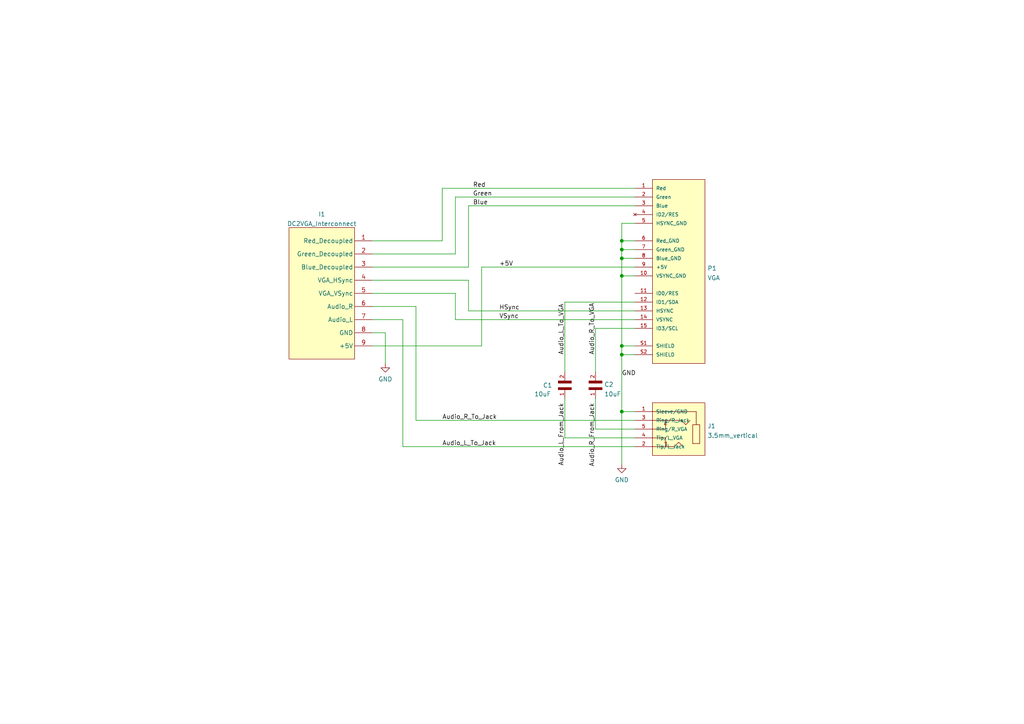
<source format=kicad_sch>
(kicad_sch (version 20211123) (generator eeschema)
  (paper "A4")
  (lib_symbols
    (symbol "DC2VGA:3.5mm_vertical" (pin_names (offset 1.016))
      (property "Reference" "J" (at -7.62 8.128 0))
      (property "Value" "3.5mm_vertical" (at -7.62 -10.414 0))
      (symbol "3.5mm_vertical_0_0"
        (polyline (pts (xy -6.096 -4.191) (xy -6.096 1.27)) (stroke (width 0.1524)))
        (polyline (pts (xy -6.096 1.27) (xy -5.08 1.27)) (stroke (width 0.1524)))
        (polyline (pts (xy -5.08 1.27) (xy -4.064 1.27)) (stroke (width 0.1524)))
        (polyline (pts (xy -5.08 5.08) (xy -5.08 1.27)) (stroke (width 0.1524)))
        (polyline (pts (xy -4.064 -4.191) (xy -6.096 -4.191)) (stroke (width 0.1524)))
        (polyline (pts (xy -4.064 1.27) (xy -4.064 -4.191)) (stroke (width 0.1524)))
        (polyline (pts (xy -2.032 1.27) (xy -3.302 2.54)) (stroke (width 0.1524)))
        (polyline (pts (xy -0.762 2.54) (xy -2.032 1.27)) (stroke (width 0.1524)))
        (polyline (pts (xy 0 -3.81) (xy -1.27 -5.08)) (stroke (width 0.1524)))
        (polyline (pts (xy 1.27 -5.08) (xy 0 -3.81)) (stroke (width 0.1524)))
        (polyline (pts (xy 3.81 -5.08) (xy 1.27 -5.08)) (stroke (width 0.1524)))
        (polyline (pts (xy 3.81 -5.08) (xy 3.81 -2.54)) (stroke (width 0.1524)))
        (polyline (pts (xy 3.81 0) (xy 3.81 2.54)) (stroke (width 0.1524)))
        (polyline (pts (xy 3.81 2.54) (xy -0.762 2.54)) (stroke (width 0.1524)))
        (polyline (pts (xy 7.62 -5.08) (xy 3.81 -5.08)) (stroke (width 0.1524)))
        (polyline (pts (xy 7.62 -2.54) (xy 3.81 -2.54)) (stroke (width 0.1524)))
        (polyline (pts (xy 7.62 0) (xy 3.81 0)) (stroke (width 0.1524)))
        (polyline (pts (xy 7.62 2.54) (xy 3.81 2.54)) (stroke (width 0.1524)))
        (polyline (pts (xy 7.62 5.08) (xy -5.08 5.08)) (stroke (width 0.1524)))
        (polyline (pts (xy 3.81 -5.08) (xy 3.5052 -3.81) (xy 4.1402 -3.81)) (stroke (width 0.1524)) (fill (type background)))
        (polyline (pts (xy 3.81 2.54) (xy 4.1402 1.27) (xy 3.5052 1.27)) (stroke (width 0.1524)) (fill (type background)))
        (pin passive line (at 12.7 5.08 180) (length 5.08) (name "Sleeve/GND") (number "1"))
        (pin passive line (at 12.7 -5.08 180) (length 5.08) (name "Tip/L_Jack") (number "2"))
        (pin passive line (at 12.7 2.54 180) (length 5.08) (name "Ring/R_Jack") (number "3"))
        (pin passive line (at 12.7 -2.54 180) (length 5.08) (name "Tip/L_VGA") (number "4"))
        (pin passive line (at 12.7 0 180) (length 5.08) (name "Ring/R_VGA") (number "5"))
      )
      (symbol "3.5mm_vertical_0_1"
        (rectangle (start -7.62 7.62) (end 7.62 -7.62) (stroke (width 0.1524)) (fill (type background)))
      )
    )
    (symbol "DC2VGA:DC2VGA_Interconnect"
      (property "Reference" "I" (at 12.7 1.27 0))
      (property "Value" "DC2VGA_Interconnect" (at 1.27 21.59 0))
      (symbol "DC2VGA_Interconnect_0_1"
        (rectangle (start -8.89 19.05) (end 10.16 -19.05) (stroke (width 0.1524)) (fill (type background)))
      )
      (symbol "DC2VGA_Interconnect_1_1"
        (pin bidirectional line (at -13.97 15.24 0) (length 5) (name "Red_Decoupled") (number "1"))
        (pin bidirectional line (at -13.97 11.43 0) (length 5) (name "Green_Decoupled") (number "2"))
        (pin bidirectional line (at -13.97 7.62 0) (length 5) (name "Blue_Decoupled") (number "3"))
        (pin bidirectional line (at -13.97 3.81 0) (length 5) (name "VGA_HSync") (number "4"))
        (pin bidirectional line (at -13.97 0 0) (length 5) (name "VGA_VSync") (number "5"))
        (pin bidirectional line (at -13.97 -3.81 0) (length 5) (name "Audio_R") (number "6"))
        (pin bidirectional line (at -13.97 -7.62 0) (length 5) (name "Audio_L") (number "7"))
        (pin bidirectional line (at -13.97 -11.43 0) (length 5) (name "GND") (number "8"))
        (pin bidirectional line (at -13.97 -15.24 0) (length 5) (name "+5V") (number "9"))
      )
    )
    (symbol "DC2VGA:VGA" (pin_names (offset 1.016))
      (property "Reference" "P" (at -7.62 26.67 0))
      (property "Value" "VGA" (at -8.89 -31.75 0))
      (symbol "VGA_0_0"
        (rectangle (start -7.62 -27.94) (end 7.62 25.4) (stroke (width 0.1524)) (fill (type background)))
        (pin passive line (at -12.7 22.86 0) (length 5.08) (name "Red") (number "1"))
        (pin passive line (at -12.7 -2.54 0) (length 5.08) (name "VSYNC_GND") (number "10"))
        (pin passive line (at -12.7 -7.62 0) (length 5.08) (name "ID0/RES") (number "11"))
        (pin passive line (at -12.7 -10.16 0) (length 5.08) (name "ID1/SDA") (number "12"))
        (pin passive line (at -12.7 -12.7 0) (length 5.08) (name "HSYNC") (number "13"))
        (pin passive line (at -12.7 -15.24 0) (length 5.08) (name "VSYNC") (number "14"))
        (pin passive line (at -12.7 -17.78 0) (length 5.08) (name "ID3/SCL") (number "15"))
        (pin passive line (at -12.7 20.32 0) (length 5.08) (name "Green") (number "2"))
        (pin passive line (at -12.7 17.78 0) (length 5.08) (name "Blue") (number "3"))
        (pin no_connect line (at -12.7 15.24 0) (length 5.08) (name "ID2/RES") (number "4"))
        (pin passive line (at -12.7 12.7 0) (length 5.08) (name "HSYNC_GND") (number "5"))
        (pin passive line (at -12.7 7.62 0) (length 5.08) (name "Red_GND") (number "6"))
        (pin passive line (at -12.7 5.08 0) (length 5.08) (name "Green_GND") (number "7"))
        (pin passive line (at -12.7 2.54 0) (length 5.08) (name "Blue_GND") (number "8"))
        (pin passive line (at -12.7 0 0) (length 5.08) (name "+5V") (number "9"))
        (pin passive line (at -12.7 -22.86 0) (length 5.08) (name "SHIELD") (number "S1"))
        (pin passive line (at -12.7 -25.4 0) (length 5.08) (name "SHIELD") (number "S2"))
      )
    )
    (symbol "SMD_Cap:Cap_0603" (pin_names (offset 1.016) hide)
      (property "Reference" "C" (at 0 3.81 0))
      (property "Value" "Cap_0603" (at 0 -5.08 0))
      (symbol "Cap_0603_0_0"
        (rectangle (start 0 -1.905) (end 0.635 1.905) (fill (type outline)))
        (rectangle (start 1.905 -1.905) (end 2.54 1.905) (fill (type outline)))
        (pin passive line (at -2.54 0 0) (length 2.54) (name "~") (number "1"))
        (pin passive line (at 5.08 0 180) (length 2.54) (name "~") (number "2"))
      )
    )
    (symbol "power:GND" (power) (pin_names (offset 0))
      (property "Value" "GND" (at 0 -3.81 0))
      (symbol "GND_0_1"
        (polyline (pts (xy 0 0) (xy 0 -1.27) (xy 1.27 -1.27) (xy 0 -2.54) (xy -1.27 -1.27) (xy 0 -1.27)))
      )
      (symbol "GND_1_1"
        (pin power_in line (at 0 0 270) (length 0) hide (name "GND") (number "1"))
      )
    )
  )
  (junction (at 180.34 102.87))
  (junction (at 180.34 72.39))
  (junction (at 180.34 100.33))
  (junction (at 180.34 69.85))
  (junction (at 180.34 74.93))
  (junction (at 180.34 119.38))
  (junction (at 180.34 80.01))
  (wire (pts (xy 184.15 127) (xy 163.83 127)))
  (wire (pts (xy 107.95 96.52) (xy 111.76 96.52)))
  (wire (pts (xy 107.95 77.47) (xy 135.89 77.47)))
  (wire (pts (xy 139.7 77.47) (xy 184.15 77.47)))
  (wire (pts (xy 132.08 57.15) (xy 184.15 57.15)))
  (wire (pts (xy 180.34 100.33) (xy 184.15 100.33)))
  (wire (pts (xy 180.34 64.77) (xy 180.34 69.85)))
  (wire (pts (xy 107.95 100.33) (xy 139.7 100.33)))
  (wire (pts (xy 120.65 121.92) (xy 184.15 121.92)))
  (wire (pts (xy 107.95 69.85) (xy 128.27 69.85)))
  (wire (pts (xy 132.08 73.66) (xy 132.08 57.15)))
  (wire (pts (xy 180.34 80.01) (xy 184.15 80.01)))
  (wire (pts (xy 172.72 107.95) (xy 172.72 95.25)))
  (wire (pts (xy 180.34 72.39) (xy 180.34 74.93)))
  (wire (pts (xy 172.72 95.25) (xy 184.15 95.25)))
  (wire (pts (xy 184.15 124.46) (xy 172.72 124.46)))
  (wire (pts (xy 180.34 69.85) (xy 184.15 69.85)))
  (wire (pts (xy 163.83 127) (xy 163.83 115.57)))
  (wire (pts (xy 139.7 100.33) (xy 139.7 77.47)))
  (wire (pts (xy 180.34 74.93) (xy 180.34 80.01)))
  (wire (pts (xy 172.72 124.46) (xy 172.72 115.57)))
  (wire (pts (xy 180.34 80.01) (xy 180.34 100.33)))
  (wire (pts (xy 180.34 119.38) (xy 180.34 134.62)))
  (wire (pts (xy 128.27 54.61) (xy 184.15 54.61)))
  (wire (pts (xy 180.34 74.93) (xy 184.15 74.93)))
  (wire (pts (xy 163.83 87.63) (xy 184.15 87.63)))
  (wire (pts (xy 180.34 100.33) (xy 180.34 102.87)))
  (wire (pts (xy 163.83 107.95) (xy 163.83 87.63)))
  (wire (pts (xy 135.89 90.17) (xy 184.15 90.17)))
  (wire (pts (xy 135.89 81.28) (xy 135.89 90.17)))
  (wire (pts (xy 107.95 88.9) (xy 120.65 88.9)))
  (wire (pts (xy 180.34 69.85) (xy 180.34 72.39)))
  (wire (pts (xy 132.08 85.09) (xy 132.08 92.71)))
  (wire (pts (xy 128.27 69.85) (xy 128.27 54.61)))
  (wire (pts (xy 111.76 96.52) (xy 111.76 105.41)))
  (wire (pts (xy 180.34 72.39) (xy 184.15 72.39)))
  (wire (pts (xy 107.95 85.09) (xy 132.08 85.09)))
  (wire (pts (xy 116.84 92.71) (xy 116.84 129.54)))
  (wire (pts (xy 135.89 77.47) (xy 135.89 59.69)))
  (wire (pts (xy 184.15 64.77) (xy 180.34 64.77)))
  (wire (pts (xy 132.08 92.71) (xy 184.15 92.71)))
  (wire (pts (xy 135.89 59.69) (xy 184.15 59.69)))
  (wire (pts (xy 180.34 102.87) (xy 180.34 119.38)))
  (wire (pts (xy 107.95 81.28) (xy 135.89 81.28)))
  (wire (pts (xy 180.34 119.38) (xy 184.15 119.38)))
  (wire (pts (xy 120.65 88.9) (xy 120.65 121.92)))
  (wire (pts (xy 180.34 102.87) (xy 184.15 102.87)))
  (wire (pts (xy 107.95 92.71) (xy 116.84 92.71)))
  (wire (pts (xy 116.84 129.54) (xy 184.15 129.54)))
  (wire (pts (xy 107.95 73.66) (xy 132.08 73.66)))
  (label "VSync" (at 144.78 92.71 0))
  (label "Audio_R_To_VGA" (at 172.72 102.87 90))
  (label "Blue" (at 137.16 59.69 0))
  (label "+5V" (at 144.78 77.47 0))
  (label "Red" (at 137.16 54.61 0))
  (label "Audio_L_To_VGA" (at 163.83 102.87 90))
  (label "HSync" (at 144.78 90.17 0))
  (label "GND" (at 180.34 109.22 0))
  (label "Green" (at 137.16 57.15 0))
  (label "Audio_L_To_Jack" (at 128.27 129.54 0))
  (label "Audio_L_From_Jack" (at 163.83 116.84 270))
  (label "Audio_R_From_Jack" (at 172.72 116.84 270))
  (label "Audio_R_To_Jack" (at 128.27 121.92 0))
  (symbol (lib_id "power:GND") (at 111.76 105.41 0) (unit 1)
    (property "Reference" "#PWR0102" (effects hide))
    (property "Value" "GND" (at 111.76 109.9725 0))
  )
  (symbol (lib_id "DC2VGA:DC2VGA_Interconnect") (at 93.98 85.09 0) (mirror y) (unit 1)
    (property "Reference" "I1" (at 93.3469 62.1243 0))
    (property "Value" "DC2VGA_Interconnect" (at 93.3469 64.8994 0))
    (property "Footprint" "DC2VGA:DC_Interconnect_Horizontal" (effects hide))
  )
  (symbol (lib_id "power:GND") (at 180.34 134.62 0) (unit 1)
    (property "Reference" "#PWR0101" (effects hide))
    (property "Value" "GND" (at 180.34 139.1825 0))
  )
  (symbol (lib_id "SMD_Cap:Cap_0603") (at 163.83 113.03 90) (unit 1)
    (property "Reference" "C1" (at 157.48 111.76 90) (effects (justify right)))
    (property "Value" "10uF" (at 154.94 114.3 90) (effects (justify right)))
    (property "Footprint" "DC2VGA:C_0603_1608Metric" (effects hide))
  )
  (symbol (lib_id "DC2VGA:3.5mm_vertical") (at 196.85 124.46 0) (mirror y) (unit 1)
    (property "Reference" "J1" (at 205.1812 123.5515 0) (effects (justify right)))
    (property "Value" "3.5mm_vertical" (at 205.1812 126.3266 0) (effects (justify right)))
    (property "Footprint" "DC2VGA:3.5mm_vertical" (effects hide))
  )
  (symbol (lib_id "DC2VGA:VGA") (at 196.85 77.47 0) (unit 1)
    (property "Reference" "P1" (at 205.1812 77.8315 0) (effects (justify left)))
    (property "Value" "VGA" (at 205.1812 80.6066 0) (effects (justify left)))
    (property "Footprint" "DC2VGA:VGA_female_rightangle_slim" (effects hide))
    (property "MANUFACTURER" "Amphenol" (effects hide))
    (property "MAXIMUM_PACKAGE_HEIGHT" "12.55mm" (effects hide))
    (property "STANDARD" "Manufacturer Recommendations" (effects hide))
    (property "PARTREV" "N/A" (effects hide))
  )
  (symbol (lib_id "SMD_Cap:Cap_0603") (at 172.72 113.03 90) (unit 1)
    (property "Reference" "C2" (at 175.26 111.5249 90) (effects (justify right)))
    (property "Value" "10uF" (at 175.26 114.3 90) (effects (justify right)))
    (property "Footprint" "DC2VGA:C_0603_1608Metric" (effects hide))
  )
)
</source>
